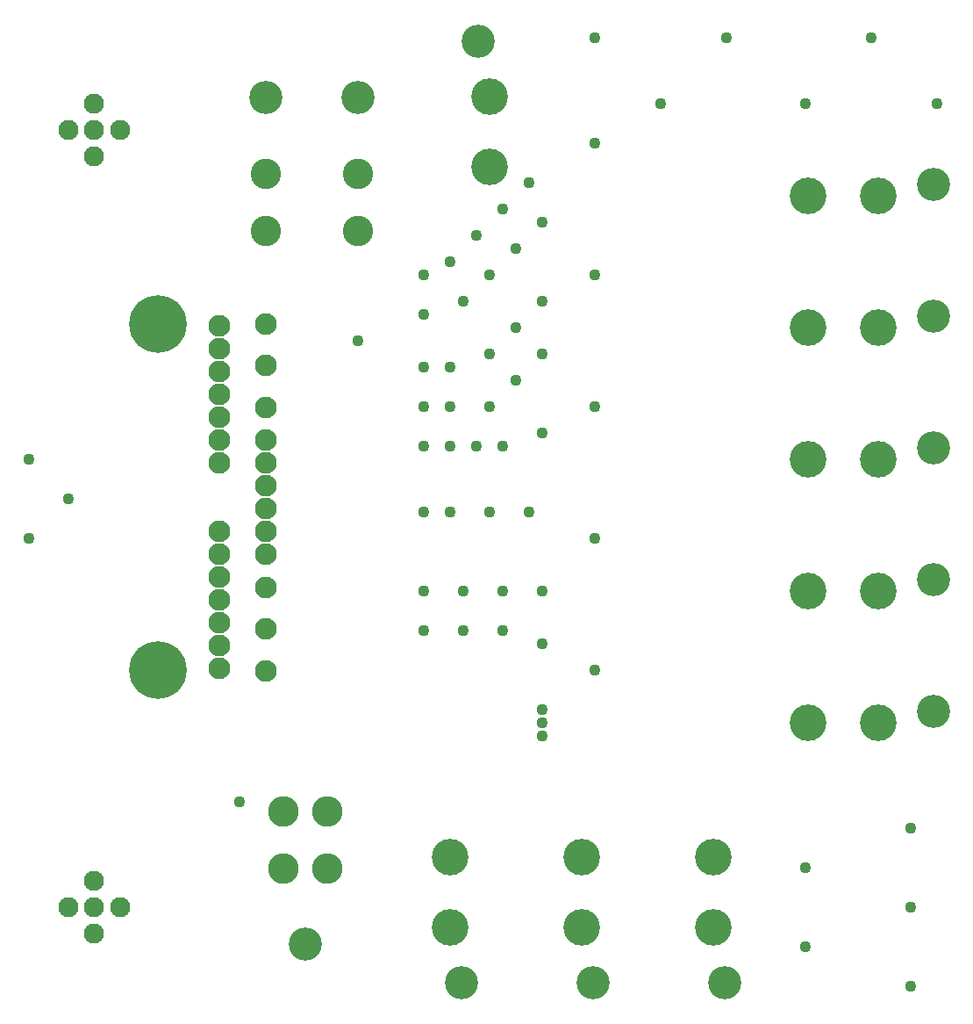
<source format=gbs>
G04 EAGLE Gerber RS-274X export*
G75*
%MOMM*%
%FSLAX34Y34*%
%LPD*%
%INBottom Soldermask*%
%IPPOS*%
%AMOC8*
5,1,8,0,0,1.08239X$1,22.5*%
G01*
%ADD10C,3.527400*%
%ADD11C,3.202400*%
%ADD12C,2.952400*%
%ADD13C,2.102400*%
%ADD14C,5.552400*%
%ADD15C,2.927400*%
%ADD16C,1.952400*%
%ADD17C,1.108000*%


D10*
X495300Y841100D03*
X495300Y908100D03*
D11*
X484300Y962100D03*
D10*
X803000Y558800D03*
X870000Y558800D03*
D11*
X924000Y569800D03*
D10*
X803000Y431800D03*
X870000Y431800D03*
D11*
X924000Y442800D03*
D10*
X803000Y685800D03*
X870000Y685800D03*
D11*
X924000Y696800D03*
D10*
X803000Y304800D03*
X870000Y304800D03*
D11*
X924000Y315800D03*
D12*
X338500Y164400D03*
X296500Y164400D03*
X338500Y219400D03*
X296500Y219400D03*
D11*
X317500Y91400D03*
D13*
X279400Y355100D03*
X279400Y395100D03*
X279400Y435100D03*
X279400Y467100D03*
X279400Y489100D03*
X279400Y511100D03*
X279400Y533100D03*
X279400Y555100D03*
X279400Y577100D03*
X279400Y609100D03*
X279400Y649100D03*
X279400Y689100D03*
X234400Y357100D03*
X234400Y379100D03*
X234400Y401100D03*
X234400Y423100D03*
X234400Y445100D03*
X234400Y467100D03*
X234400Y489100D03*
X234400Y555100D03*
X234400Y577100D03*
X234400Y599100D03*
X234400Y621100D03*
X234400Y643100D03*
X234400Y665100D03*
X234400Y687100D03*
D14*
X174900Y355600D03*
X174900Y689100D03*
D10*
X457200Y174900D03*
X457200Y107900D03*
D11*
X468200Y53900D03*
D10*
X584200Y174900D03*
X584200Y107900D03*
D11*
X595200Y53900D03*
D10*
X711200Y174900D03*
X711200Y107900D03*
D11*
X722200Y53900D03*
D10*
X803000Y812800D03*
X870000Y812800D03*
D11*
X924000Y823800D03*
D15*
X279400Y779300D03*
X279400Y834300D03*
D11*
X279400Y907300D03*
D15*
X368300Y779300D03*
X368300Y834300D03*
D11*
X368300Y907300D03*
D16*
X88900Y876300D03*
X113900Y901300D03*
X138900Y876300D03*
X113900Y851300D03*
X113900Y876300D03*
X88900Y127000D03*
X113900Y152000D03*
X138900Y127000D03*
X113900Y102000D03*
X113900Y127000D03*
D17*
X596900Y482600D03*
X50800Y482600D03*
X88900Y520700D03*
X50800Y558800D03*
X596900Y965200D03*
X660400Y901700D03*
X723900Y965200D03*
X800100Y901700D03*
X863600Y965200D03*
X927100Y901700D03*
X901700Y203200D03*
X800100Y165100D03*
X901700Y127000D03*
X800100Y88900D03*
X901700Y50800D03*
X596900Y609600D03*
X596900Y863600D03*
X596900Y736600D03*
X596900Y355600D03*
X254000Y228600D03*
X546100Y787400D03*
X520700Y762000D03*
X520700Y635000D03*
X546100Y304800D03*
X495300Y508000D03*
X495300Y736600D03*
X469900Y711200D03*
X431800Y698500D03*
X546100Y711200D03*
X520700Y685800D03*
X495300Y660400D03*
X431800Y647700D03*
X431800Y609600D03*
X457200Y609600D03*
X495300Y609600D03*
X546100Y660400D03*
X431800Y571500D03*
X457200Y571500D03*
X482600Y571500D03*
X546100Y584200D03*
X457200Y508000D03*
X431800Y508000D03*
X533400Y508000D03*
X431800Y431800D03*
X469900Y431800D03*
X508000Y431800D03*
X546100Y431800D03*
X431800Y393700D03*
X469900Y393700D03*
X508000Y393700D03*
X546100Y381000D03*
X546100Y317500D03*
X546100Y292100D03*
X457200Y647700D03*
X431800Y736600D03*
X457200Y749300D03*
X482600Y774700D03*
X508000Y800100D03*
X533400Y825500D03*
X508000Y571500D03*
X368300Y673100D03*
M02*

</source>
